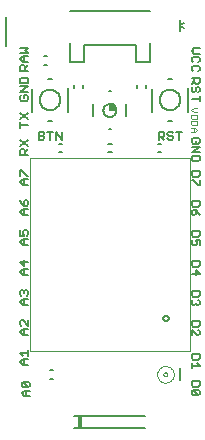
<source format=gto>
G75*
%MOIN*%
%OFA0B0*%
%FSLAX24Y24*%
%IPPOS*%
%LPD*%
%AMOC8*
5,1,8,0,0,1.08239X$1,22.5*
%
%ADD10C,0.0050*%
%ADD11C,0.0040*%
%ADD12C,0.0080*%
%ADD13C,0.0020*%
%ADD14C,0.0079*%
%ADD15R,0.0157X0.0394*%
%ADD16R,0.0100X0.1000*%
D10*
X002338Y002580D02*
X002248Y002670D01*
X002338Y002760D01*
X002518Y002760D01*
X002518Y002875D02*
X002518Y003055D01*
X002518Y002965D02*
X002248Y002965D01*
X002338Y002875D01*
X002383Y002760D02*
X002383Y002580D01*
X002338Y002580D02*
X002518Y002580D01*
X002523Y002005D02*
X002343Y002005D01*
X002523Y001825D01*
X002568Y001870D01*
X002568Y001960D01*
X002523Y002005D01*
X002523Y001825D02*
X002343Y001825D01*
X002298Y001870D01*
X002298Y001960D01*
X002343Y002005D01*
X002388Y001710D02*
X002568Y001710D01*
X002433Y001710D02*
X002433Y001530D01*
X002388Y001530D02*
X002298Y001620D01*
X002388Y001710D01*
X002388Y001530D02*
X002568Y001530D01*
X002518Y003580D02*
X002338Y003580D01*
X002248Y003670D01*
X002338Y003760D01*
X002518Y003760D01*
X002518Y003875D02*
X002338Y004055D01*
X002293Y004055D01*
X002248Y004010D01*
X002248Y003920D01*
X002293Y003875D01*
X002383Y003760D02*
X002383Y003580D01*
X002518Y003875D02*
X002518Y004055D01*
X002518Y004580D02*
X002338Y004580D01*
X002248Y004670D01*
X002338Y004760D01*
X002518Y004760D01*
X002473Y004875D02*
X002518Y004920D01*
X002518Y005010D01*
X002473Y005055D01*
X002428Y005055D01*
X002383Y005010D01*
X002383Y004965D01*
X002383Y005010D02*
X002338Y005055D01*
X002293Y005055D01*
X002248Y005010D01*
X002248Y004920D01*
X002293Y004875D01*
X002383Y004760D02*
X002383Y004580D01*
X002383Y005580D02*
X002383Y005760D01*
X002338Y005760D02*
X002518Y005760D01*
X002383Y005875D02*
X002383Y006055D01*
X002518Y006010D02*
X002248Y006010D01*
X002383Y005875D01*
X002338Y005760D02*
X002248Y005670D01*
X002338Y005580D01*
X002518Y005580D01*
X002518Y006580D02*
X002338Y006580D01*
X002248Y006670D01*
X002338Y006760D01*
X002518Y006760D01*
X002473Y006875D02*
X002518Y006920D01*
X002518Y007010D01*
X002473Y007055D01*
X002383Y007055D01*
X002338Y007010D01*
X002338Y006965D01*
X002383Y006875D01*
X002248Y006875D01*
X002248Y007055D01*
X002383Y006760D02*
X002383Y006580D01*
X002383Y007580D02*
X002383Y007760D01*
X002338Y007760D02*
X002518Y007760D01*
X002473Y007875D02*
X002383Y007875D01*
X002383Y008010D01*
X002428Y008055D01*
X002473Y008055D01*
X002518Y008010D01*
X002518Y007920D01*
X002473Y007875D01*
X002383Y007875D02*
X002293Y007965D01*
X002248Y008055D01*
X002338Y007760D02*
X002248Y007670D01*
X002338Y007580D01*
X002518Y007580D01*
X002518Y008580D02*
X002338Y008580D01*
X002248Y008670D01*
X002338Y008760D01*
X002518Y008760D01*
X002518Y008875D02*
X002473Y008875D01*
X002293Y009055D01*
X002248Y009055D01*
X002248Y008875D01*
X002383Y008760D02*
X002383Y008580D01*
X002428Y009580D02*
X002428Y009715D01*
X002383Y009760D01*
X002293Y009760D01*
X002248Y009715D01*
X002248Y009580D01*
X002518Y009580D01*
X002428Y009670D02*
X002518Y009760D01*
X002518Y009875D02*
X002248Y010055D01*
X002248Y009875D02*
X002518Y010055D01*
X002248Y010480D02*
X002248Y010660D01*
X002248Y010570D02*
X002518Y010570D01*
X002518Y010775D02*
X002248Y010955D01*
X002248Y010775D02*
X002518Y010955D01*
X002473Y011380D02*
X002293Y011380D01*
X002248Y011425D01*
X002248Y011515D01*
X002293Y011560D01*
X002383Y011560D02*
X002383Y011470D01*
X002383Y011560D02*
X002473Y011560D01*
X002518Y011515D01*
X002518Y011425D01*
X002473Y011380D01*
X002518Y011675D02*
X002248Y011675D01*
X002518Y011855D01*
X002248Y011855D01*
X002248Y011969D02*
X002248Y012104D01*
X002293Y012149D01*
X002473Y012149D01*
X002518Y012104D01*
X002518Y011969D01*
X002248Y011969D01*
X002248Y012380D02*
X002248Y012515D01*
X002293Y012560D01*
X002383Y012560D01*
X002428Y012515D01*
X002428Y012380D01*
X002518Y012380D02*
X002248Y012380D01*
X002428Y012470D02*
X002518Y012560D01*
X002518Y012675D02*
X002338Y012675D01*
X002248Y012765D01*
X002338Y012855D01*
X002518Y012855D01*
X002518Y012969D02*
X002428Y013059D01*
X002518Y013149D01*
X002248Y013149D01*
X002248Y012969D02*
X002518Y012969D01*
X002383Y012855D02*
X002383Y012675D01*
X002868Y010350D02*
X003003Y010350D01*
X003048Y010305D01*
X003048Y010260D01*
X003003Y010215D01*
X002868Y010215D01*
X003003Y010215D02*
X003048Y010170D01*
X003048Y010125D01*
X003003Y010080D01*
X002868Y010080D01*
X002868Y010350D01*
X003162Y010350D02*
X003343Y010350D01*
X003253Y010350D02*
X003253Y010080D01*
X003457Y010080D02*
X003457Y010350D01*
X003637Y010080D01*
X003637Y010350D01*
X005023Y011055D02*
X005025Y011084D01*
X005031Y011113D01*
X005040Y011141D01*
X005054Y011167D01*
X005070Y011191D01*
X005090Y011213D01*
X005113Y011232D01*
X005137Y011248D01*
X005164Y011260D01*
X005192Y011269D01*
X005221Y011274D01*
X005250Y011275D01*
X005280Y011272D01*
X005308Y011265D01*
X005336Y011255D01*
X005361Y011240D01*
X005385Y011223D01*
X005406Y011203D01*
X005424Y011180D01*
X005439Y011154D01*
X005451Y011127D01*
X005459Y011099D01*
X005463Y011070D01*
X005463Y011040D01*
X005459Y011011D01*
X005451Y010983D01*
X005439Y010956D01*
X005424Y010930D01*
X005406Y010907D01*
X005385Y010887D01*
X005361Y010870D01*
X005336Y010855D01*
X005308Y010845D01*
X005280Y010838D01*
X005250Y010835D01*
X005221Y010836D01*
X005192Y010841D01*
X005164Y010850D01*
X005137Y010862D01*
X005113Y010878D01*
X005090Y010897D01*
X005070Y010919D01*
X005054Y010943D01*
X005040Y010969D01*
X005031Y010997D01*
X005025Y011026D01*
X005023Y011055D01*
X005243Y011055D02*
X005243Y011275D01*
X005292Y011269D01*
X005338Y011253D01*
X005380Y011227D01*
X005415Y011192D01*
X005441Y011150D01*
X005457Y011104D01*
X005463Y011055D01*
X005243Y011055D01*
X005243Y011071D02*
X005461Y011071D01*
X005452Y011119D02*
X005243Y011119D01*
X005243Y011168D02*
X005430Y011168D01*
X005391Y011216D02*
X005243Y011216D01*
X005243Y011265D02*
X005306Y011265D01*
X006868Y010350D02*
X006868Y010080D01*
X006868Y010170D02*
X007003Y010170D01*
X007048Y010215D01*
X007048Y010305D01*
X007003Y010350D01*
X006868Y010350D01*
X006958Y010170D02*
X007048Y010080D01*
X007162Y010125D02*
X007207Y010080D01*
X007298Y010080D01*
X007343Y010125D01*
X007343Y010170D01*
X007298Y010215D01*
X007207Y010215D01*
X007162Y010260D01*
X007162Y010305D01*
X007207Y010350D01*
X007298Y010350D01*
X007343Y010305D01*
X007457Y010350D02*
X007637Y010350D01*
X007547Y010350D02*
X007547Y010080D01*
X007968Y010085D02*
X007968Y009995D01*
X008013Y009950D01*
X008103Y009950D01*
X008103Y010040D01*
X008193Y010130D02*
X008013Y010130D01*
X007968Y010085D01*
X007968Y009835D02*
X008238Y009835D01*
X007968Y009655D01*
X008238Y009655D01*
X008238Y009541D02*
X008238Y009406D01*
X008193Y009361D01*
X008013Y009361D01*
X007968Y009406D01*
X007968Y009541D01*
X008238Y009541D01*
X008193Y009950D02*
X008238Y009995D01*
X008238Y010085D01*
X008193Y010130D01*
X008238Y009030D02*
X007968Y009030D01*
X007968Y008895D01*
X008013Y008850D01*
X008193Y008850D01*
X008238Y008895D01*
X008238Y009030D01*
X008238Y008735D02*
X008238Y008555D01*
X008193Y008555D01*
X008013Y008735D01*
X007968Y008735D01*
X007968Y008030D02*
X007968Y007895D01*
X008013Y007850D01*
X008193Y007850D01*
X008238Y007895D01*
X008238Y008030D01*
X007968Y008030D01*
X008013Y007735D02*
X007968Y007690D01*
X007968Y007600D01*
X008013Y007555D01*
X008058Y007555D01*
X008103Y007600D01*
X008103Y007735D01*
X008013Y007735D01*
X008103Y007735D02*
X008193Y007645D01*
X008238Y007555D01*
X008238Y007030D02*
X007968Y007030D01*
X007968Y006895D01*
X008013Y006850D01*
X008193Y006850D01*
X008238Y006895D01*
X008238Y007030D01*
X008238Y006735D02*
X008103Y006735D01*
X008148Y006645D01*
X008148Y006600D01*
X008103Y006555D01*
X008013Y006555D01*
X007968Y006600D01*
X007968Y006690D01*
X008013Y006735D01*
X008238Y006735D02*
X008238Y006555D01*
X008238Y006030D02*
X007968Y006030D01*
X007968Y005895D01*
X008013Y005850D01*
X008193Y005850D01*
X008238Y005895D01*
X008238Y006030D01*
X008103Y005735D02*
X008103Y005555D01*
X008238Y005600D02*
X008103Y005735D01*
X007968Y005600D02*
X008238Y005600D01*
X008238Y005030D02*
X007968Y005030D01*
X007968Y004895D01*
X008013Y004850D01*
X008193Y004850D01*
X008238Y004895D01*
X008238Y005030D01*
X008193Y004735D02*
X008238Y004690D01*
X008238Y004600D01*
X008193Y004555D01*
X008148Y004555D01*
X008103Y004600D01*
X008058Y004555D01*
X008013Y004555D01*
X007968Y004600D01*
X007968Y004690D01*
X008013Y004735D01*
X008103Y004645D02*
X008103Y004600D01*
X008238Y004030D02*
X007968Y004030D01*
X007968Y003895D01*
X008013Y003850D01*
X008193Y003850D01*
X008238Y003895D01*
X008238Y004030D01*
X008193Y003735D02*
X008238Y003690D01*
X008238Y003600D01*
X008193Y003555D01*
X008148Y003555D01*
X007968Y003735D01*
X007968Y003555D01*
X007968Y002930D02*
X007968Y002795D01*
X008013Y002750D01*
X008193Y002750D01*
X008238Y002795D01*
X008238Y002930D01*
X007968Y002930D01*
X007968Y002635D02*
X007968Y002455D01*
X007968Y002545D02*
X008238Y002545D01*
X008148Y002635D01*
X008238Y002030D02*
X007968Y002030D01*
X007968Y001895D01*
X008013Y001850D01*
X008193Y001850D01*
X008238Y001895D01*
X008238Y002030D01*
X008193Y001735D02*
X008238Y001690D01*
X008238Y001600D01*
X008193Y001555D01*
X008013Y001735D01*
X007968Y001690D01*
X007968Y001600D01*
X008013Y001555D01*
X008193Y001555D01*
X008193Y001735D02*
X008013Y001735D01*
X008238Y011361D02*
X008238Y011541D01*
X008238Y011451D02*
X007968Y011451D01*
X008013Y011655D02*
X007968Y011700D01*
X007968Y011790D01*
X008013Y011835D01*
X008103Y011790D02*
X008103Y011700D01*
X008058Y011655D01*
X008013Y011655D01*
X008103Y011790D02*
X008148Y011835D01*
X008193Y011835D01*
X008238Y011790D01*
X008238Y011700D01*
X008193Y011655D01*
X008193Y011950D02*
X008103Y011950D01*
X008058Y011995D01*
X008058Y012130D01*
X008058Y012040D02*
X007968Y011950D01*
X007968Y012130D02*
X008238Y012130D01*
X008238Y011995D01*
X008193Y011950D01*
X008193Y012361D02*
X008238Y012406D01*
X008238Y012496D01*
X008193Y012541D01*
X008013Y012541D01*
X007968Y012496D01*
X007968Y012406D01*
X008013Y012361D01*
X008013Y012655D02*
X007968Y012700D01*
X007968Y012790D01*
X008013Y012835D01*
X008193Y012835D01*
X008238Y012790D01*
X008238Y012700D01*
X008193Y012655D01*
X008238Y012950D02*
X008058Y012950D01*
X007968Y013040D01*
X008058Y013130D01*
X008238Y013130D01*
D11*
X008163Y011135D02*
X008030Y011135D01*
X007963Y011068D01*
X008030Y011002D01*
X008163Y011002D01*
X008163Y010914D02*
X008163Y010814D01*
X008130Y010781D01*
X007996Y010781D01*
X007963Y010814D01*
X007963Y010914D01*
X008163Y010914D01*
X008163Y010693D02*
X007963Y010693D01*
X007963Y010593D01*
X007996Y010560D01*
X008130Y010560D01*
X008163Y010593D01*
X008163Y010693D01*
X008096Y010472D02*
X008163Y010405D01*
X008096Y010339D01*
X007963Y010339D01*
X008063Y010339D02*
X008063Y010472D01*
X008096Y010472D02*
X007963Y010472D01*
X007024Y002255D02*
X007026Y002271D01*
X007031Y002286D01*
X007040Y002299D01*
X007052Y002310D01*
X007066Y002318D01*
X007081Y002323D01*
X007097Y002324D01*
X007113Y002321D01*
X007127Y002315D01*
X007140Y002305D01*
X007151Y002293D01*
X007158Y002279D01*
X007162Y002263D01*
X007162Y002247D01*
X007158Y002231D01*
X007151Y002217D01*
X007140Y002205D01*
X007128Y002195D01*
X007113Y002189D01*
X007097Y002186D01*
X007081Y002187D01*
X007066Y002192D01*
X007052Y002200D01*
X007040Y002211D01*
X007031Y002224D01*
X007026Y002239D01*
X007024Y002255D01*
X006817Y002255D02*
X006819Y002288D01*
X006825Y002320D01*
X006834Y002351D01*
X006847Y002381D01*
X006864Y002409D01*
X006884Y002435D01*
X006907Y002459D01*
X006932Y002479D01*
X006960Y002497D01*
X006989Y002511D01*
X007020Y002521D01*
X007052Y002528D01*
X007085Y002531D01*
X007118Y002530D01*
X007150Y002525D01*
X007181Y002516D01*
X007212Y002504D01*
X007240Y002488D01*
X007267Y002469D01*
X007291Y002447D01*
X007312Y002422D01*
X007331Y002395D01*
X007346Y002366D01*
X007357Y002336D01*
X007365Y002304D01*
X007369Y002271D01*
X007369Y002239D01*
X007365Y002206D01*
X007357Y002174D01*
X007346Y002144D01*
X007331Y002115D01*
X007312Y002088D01*
X007291Y002063D01*
X007267Y002041D01*
X007240Y002022D01*
X007212Y002006D01*
X007181Y001994D01*
X007150Y001985D01*
X007118Y001980D01*
X007085Y001979D01*
X007052Y001982D01*
X007020Y001989D01*
X006989Y001999D01*
X006960Y002013D01*
X006932Y002031D01*
X006907Y002051D01*
X006884Y002075D01*
X006864Y002101D01*
X006847Y002129D01*
X006834Y002159D01*
X006825Y002190D01*
X006819Y002222D01*
X006817Y002255D01*
D12*
X007565Y002452D02*
X007565Y002058D01*
X006414Y000852D02*
X004052Y000852D01*
X004052Y000458D02*
X006414Y000458D01*
X007021Y004125D02*
X007023Y004144D01*
X007028Y004161D01*
X007037Y004178D01*
X007050Y004192D01*
X007064Y004203D01*
X007081Y004211D01*
X007099Y004216D01*
X007118Y004217D01*
X007136Y004214D01*
X007154Y004208D01*
X007169Y004198D01*
X007183Y004185D01*
X007193Y004170D01*
X007201Y004153D01*
X007205Y004134D01*
X007205Y004116D01*
X007201Y004097D01*
X007193Y004080D01*
X007183Y004065D01*
X007169Y004052D01*
X007154Y004042D01*
X007136Y004036D01*
X007118Y004033D01*
X007099Y004034D01*
X007081Y004039D01*
X007064Y004047D01*
X007050Y004058D01*
X007037Y004072D01*
X007028Y004089D01*
X007023Y004106D01*
X007021Y004125D01*
X006933Y009665D02*
X006853Y009665D01*
X006853Y009945D02*
X006933Y009945D01*
X005793Y010855D02*
X005793Y011255D01*
X006151Y011795D02*
X006151Y011915D01*
X006435Y011915D02*
X006435Y011795D01*
X006581Y012672D02*
X006109Y012672D01*
X006109Y013224D01*
X004377Y013224D01*
X004377Y012672D01*
X003904Y012672D01*
X003904Y013302D01*
X003904Y014365D02*
X006581Y014365D01*
X006581Y013302D02*
X006581Y012672D01*
X007576Y013704D02*
X007576Y013885D01*
X007698Y013977D01*
X007576Y014066D02*
X007576Y013885D01*
X007582Y013875D02*
X007698Y013799D01*
X005283Y011685D02*
X005203Y011685D01*
X004693Y011255D02*
X004693Y010855D01*
X005203Y010425D02*
X005283Y010425D01*
X005303Y009947D02*
X005183Y009947D01*
X005183Y009663D02*
X005303Y009663D01*
X004335Y011795D02*
X004335Y011915D01*
X004051Y011915D02*
X004051Y011795D01*
X003153Y012583D02*
X003033Y012583D01*
X003033Y012867D02*
X003153Y012867D01*
X003553Y009945D02*
X003633Y009945D01*
X003633Y009665D02*
X003553Y009665D01*
X003333Y002395D02*
X003253Y002395D01*
X003253Y002115D02*
X003333Y002115D01*
D13*
X002585Y003035D02*
X007900Y003035D01*
X007900Y009452D01*
X002585Y009452D01*
X002585Y003035D01*
D14*
X003164Y010696D02*
X003322Y010696D01*
X003833Y011011D02*
X003833Y011799D01*
X003322Y012114D02*
X003164Y012114D01*
X002652Y011759D02*
X002652Y011011D01*
X002899Y011405D02*
X002901Y011442D01*
X002907Y011478D01*
X002916Y011513D01*
X002930Y011547D01*
X002947Y011580D01*
X002967Y011610D01*
X002990Y011638D01*
X003016Y011664D01*
X003045Y011686D01*
X003076Y011706D01*
X003109Y011722D01*
X003144Y011734D01*
X003179Y011743D01*
X003216Y011748D01*
X003252Y011749D01*
X003289Y011746D01*
X003325Y011739D01*
X003360Y011729D01*
X003393Y011714D01*
X003425Y011697D01*
X003455Y011676D01*
X003483Y011651D01*
X003508Y011625D01*
X003530Y011595D01*
X003548Y011564D01*
X003563Y011530D01*
X003575Y011496D01*
X003583Y011460D01*
X003587Y011423D01*
X003587Y011387D01*
X003583Y011350D01*
X003575Y011314D01*
X003563Y011280D01*
X003548Y011246D01*
X003530Y011215D01*
X003508Y011185D01*
X003483Y011159D01*
X003455Y011134D01*
X003425Y011113D01*
X003393Y011096D01*
X003360Y011081D01*
X003325Y011071D01*
X003289Y011064D01*
X003252Y011061D01*
X003216Y011062D01*
X003179Y011067D01*
X003144Y011076D01*
X003109Y011088D01*
X003076Y011104D01*
X003045Y011124D01*
X003016Y011146D01*
X002990Y011172D01*
X002967Y011200D01*
X002947Y011230D01*
X002930Y011263D01*
X002916Y011297D01*
X002907Y011332D01*
X002901Y011368D01*
X002899Y011405D01*
X006652Y011759D02*
X006652Y011011D01*
X007164Y010696D02*
X007322Y010696D01*
X006899Y011405D02*
X006901Y011442D01*
X006907Y011478D01*
X006916Y011513D01*
X006930Y011547D01*
X006947Y011580D01*
X006967Y011610D01*
X006990Y011638D01*
X007016Y011664D01*
X007045Y011686D01*
X007076Y011706D01*
X007109Y011722D01*
X007144Y011734D01*
X007179Y011743D01*
X007216Y011748D01*
X007252Y011749D01*
X007289Y011746D01*
X007325Y011739D01*
X007360Y011729D01*
X007393Y011714D01*
X007425Y011697D01*
X007455Y011676D01*
X007483Y011651D01*
X007508Y011625D01*
X007530Y011595D01*
X007548Y011564D01*
X007563Y011530D01*
X007575Y011496D01*
X007583Y011460D01*
X007587Y011423D01*
X007587Y011387D01*
X007583Y011350D01*
X007575Y011314D01*
X007563Y011280D01*
X007548Y011246D01*
X007530Y011215D01*
X007508Y011185D01*
X007483Y011159D01*
X007455Y011134D01*
X007425Y011113D01*
X007393Y011096D01*
X007360Y011081D01*
X007325Y011071D01*
X007289Y011064D01*
X007252Y011061D01*
X007216Y011062D01*
X007179Y011067D01*
X007144Y011076D01*
X007109Y011088D01*
X007076Y011104D01*
X007045Y011124D01*
X007016Y011146D01*
X006990Y011172D01*
X006967Y011200D01*
X006947Y011230D01*
X006930Y011263D01*
X006916Y011297D01*
X006907Y011332D01*
X006901Y011368D01*
X006899Y011405D01*
X007164Y012114D02*
X007322Y012114D01*
X007833Y011799D02*
X007833Y011011D01*
D15*
X004249Y000655D03*
D16*
X001793Y013655D03*
M02*

</source>
